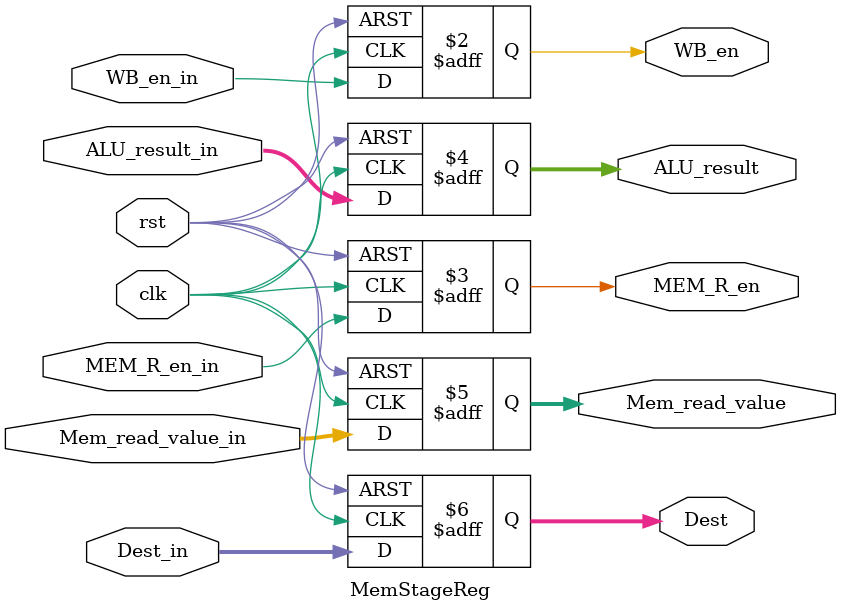
<source format=v>
`timescale 1ns/1ns

module MemStageReg(rst, clk, WB_en_in, MEM_R_en_in, ALU_result_in, Mem_read_value_in, Dest_in, WB_en, MEM_R_en, ALU_result,
 Mem_read_value, Dest);
  input rst, clk, WB_en_in, MEM_R_en_in;
  input[31:0] ALU_result_in, Mem_read_value_in;
  input[3:0] Dest_in;
  output reg WB_en, MEM_R_en;
  output reg[31:0] ALU_result, Mem_read_value;
  output reg[3:0] Dest;
  
  always@(posedge clk, posedge rst) begin
    if(rst) begin
      {WB_en, MEM_R_en} <= 2'b0;
      {ALU_result, Mem_read_value} <= 64'b0;
      Dest <= 4'b0;
    end
    else begin
      WB_en <= WB_en_in;
      MEM_R_en <= MEM_R_en_in;
      ALU_result <= ALU_result_in;
      Mem_read_value <= Mem_read_value_in;
      Dest <= Dest_in;
    end
  end
endmodule
</source>
